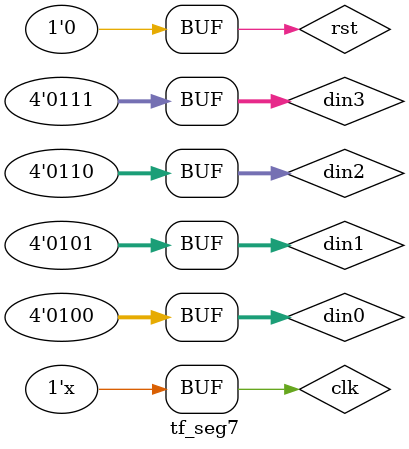
<source format=v>
`timescale 1ns / 1ps


module tf_seg7();

reg        clk;
reg        rst;
reg  [3:0] din0;
reg  [3:0] din1;
reg  [3:0] din2;
reg  [3:0] din3;
    
wire [3:0] dig;
wire [7:0] seg;

seg7 seg7_i(
    .clk(clk),
    .rst(rst),

    .din0(din0),
    .din1(din1),
    .din2(din2),
    .din3(din3),

    .dig(dig),
    .seg(seg)
);

initial
begin
    clk = 0;
end
always #5 clk <= ~clk;

initial
begin
    rst = 1;
    #102;
    rst = 0;
end

initial
begin
    din0 = 4'd0;
    din1 = 4'd1;
    din2 = 4'd2;
    din3 = 4'd3;
    
    #10000000;
    din0 = 4'd4;
    din1 = 4'd5;
    din2 = 4'd6;
    din3 = 4'd7;
end


endmodule

</source>
